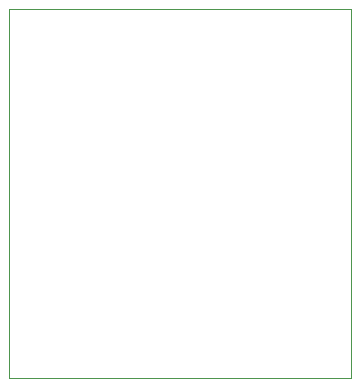
<source format=gm1>
%TF.GenerationSoftware,KiCad,Pcbnew,9.0.5*%
%TF.CreationDate,2025-10-22T23:14:32+01:00*%
%TF.ProjectId,vm_i2c_oled_display,766d5f69-3263-45f6-9f6c-65645f646973,0.1*%
%TF.SameCoordinates,Original*%
%TF.FileFunction,Profile,NP*%
%FSLAX45Y45*%
G04 Gerber Fmt 4.5, Leading zero omitted, Abs format (unit mm)*
G04 Created by KiCad (PCBNEW 9.0.5) date 2025-10-22 23:14:32*
%MOMM*%
%LPD*%
G01*
G04 APERTURE LIST*
%TA.AperFunction,Profile*%
%ADD10C,0.050000*%
%TD*%
G04 APERTURE END LIST*
D10*
X-1450000Y1650000D02*
X1450000Y1650000D01*
X1450000Y-1475000D01*
X-1450000Y-1475000D01*
X-1450000Y1650000D01*
M02*

</source>
